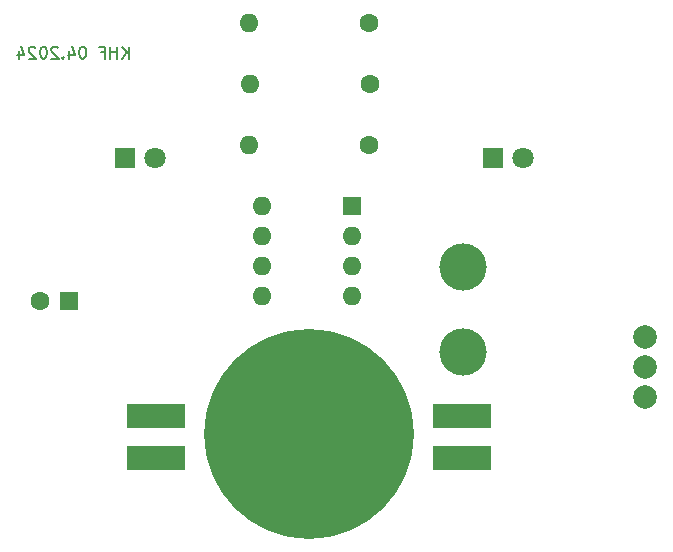
<source format=gbr>
%TF.GenerationSoftware,KiCad,Pcbnew,7.0.8*%
%TF.CreationDate,2024-05-08T14:15:31+02:00*%
%TF.ProjectId,PaperBot,50617065-7242-46f7-942e-6b696361645f,rev?*%
%TF.SameCoordinates,Original*%
%TF.FileFunction,Soldermask,Bot*%
%TF.FilePolarity,Negative*%
%FSLAX46Y46*%
G04 Gerber Fmt 4.6, Leading zero omitted, Abs format (unit mm)*
G04 Created by KiCad (PCBNEW 7.0.8) date 2024-05-08 14:15:31*
%MOMM*%
%LPD*%
G01*
G04 APERTURE LIST*
%ADD10C,0.150000*%
%ADD11R,1.800000X1.800000*%
%ADD12C,1.800000*%
%ADD13C,4.000000*%
%ADD14R,1.600000X1.600000*%
%ADD15C,1.600000*%
%ADD16O,1.600000X1.600000*%
%ADD17C,2.000000*%
%ADD18R,5.000000X2.000000*%
%ADD19C,17.780000*%
G04 APERTURE END LIST*
D10*
X112023220Y-51419819D02*
X112023220Y-50419819D01*
X111451792Y-51419819D02*
X111880363Y-50848390D01*
X111451792Y-50419819D02*
X112023220Y-50991247D01*
X111023220Y-51419819D02*
X111023220Y-50419819D01*
X111023220Y-50896009D02*
X110451792Y-50896009D01*
X110451792Y-51419819D02*
X110451792Y-50419819D01*
X109642268Y-50896009D02*
X109975601Y-50896009D01*
X109975601Y-51419819D02*
X109975601Y-50419819D01*
X109975601Y-50419819D02*
X109499411Y-50419819D01*
X108166077Y-50419819D02*
X108070839Y-50419819D01*
X108070839Y-50419819D02*
X107975601Y-50467438D01*
X107975601Y-50467438D02*
X107927982Y-50515057D01*
X107927982Y-50515057D02*
X107880363Y-50610295D01*
X107880363Y-50610295D02*
X107832744Y-50800771D01*
X107832744Y-50800771D02*
X107832744Y-51038866D01*
X107832744Y-51038866D02*
X107880363Y-51229342D01*
X107880363Y-51229342D02*
X107927982Y-51324580D01*
X107927982Y-51324580D02*
X107975601Y-51372200D01*
X107975601Y-51372200D02*
X108070839Y-51419819D01*
X108070839Y-51419819D02*
X108166077Y-51419819D01*
X108166077Y-51419819D02*
X108261315Y-51372200D01*
X108261315Y-51372200D02*
X108308934Y-51324580D01*
X108308934Y-51324580D02*
X108356553Y-51229342D01*
X108356553Y-51229342D02*
X108404172Y-51038866D01*
X108404172Y-51038866D02*
X108404172Y-50800771D01*
X108404172Y-50800771D02*
X108356553Y-50610295D01*
X108356553Y-50610295D02*
X108308934Y-50515057D01*
X108308934Y-50515057D02*
X108261315Y-50467438D01*
X108261315Y-50467438D02*
X108166077Y-50419819D01*
X106975601Y-50753152D02*
X106975601Y-51419819D01*
X107213696Y-50372200D02*
X107451791Y-51086485D01*
X107451791Y-51086485D02*
X106832744Y-51086485D01*
X106451791Y-51324580D02*
X106404172Y-51372200D01*
X106404172Y-51372200D02*
X106451791Y-51419819D01*
X106451791Y-51419819D02*
X106499410Y-51372200D01*
X106499410Y-51372200D02*
X106451791Y-51324580D01*
X106451791Y-51324580D02*
X106451791Y-51419819D01*
X106023220Y-50515057D02*
X105975601Y-50467438D01*
X105975601Y-50467438D02*
X105880363Y-50419819D01*
X105880363Y-50419819D02*
X105642268Y-50419819D01*
X105642268Y-50419819D02*
X105547030Y-50467438D01*
X105547030Y-50467438D02*
X105499411Y-50515057D01*
X105499411Y-50515057D02*
X105451792Y-50610295D01*
X105451792Y-50610295D02*
X105451792Y-50705533D01*
X105451792Y-50705533D02*
X105499411Y-50848390D01*
X105499411Y-50848390D02*
X106070839Y-51419819D01*
X106070839Y-51419819D02*
X105451792Y-51419819D01*
X104832744Y-50419819D02*
X104737506Y-50419819D01*
X104737506Y-50419819D02*
X104642268Y-50467438D01*
X104642268Y-50467438D02*
X104594649Y-50515057D01*
X104594649Y-50515057D02*
X104547030Y-50610295D01*
X104547030Y-50610295D02*
X104499411Y-50800771D01*
X104499411Y-50800771D02*
X104499411Y-51038866D01*
X104499411Y-51038866D02*
X104547030Y-51229342D01*
X104547030Y-51229342D02*
X104594649Y-51324580D01*
X104594649Y-51324580D02*
X104642268Y-51372200D01*
X104642268Y-51372200D02*
X104737506Y-51419819D01*
X104737506Y-51419819D02*
X104832744Y-51419819D01*
X104832744Y-51419819D02*
X104927982Y-51372200D01*
X104927982Y-51372200D02*
X104975601Y-51324580D01*
X104975601Y-51324580D02*
X105023220Y-51229342D01*
X105023220Y-51229342D02*
X105070839Y-51038866D01*
X105070839Y-51038866D02*
X105070839Y-50800771D01*
X105070839Y-50800771D02*
X105023220Y-50610295D01*
X105023220Y-50610295D02*
X104975601Y-50515057D01*
X104975601Y-50515057D02*
X104927982Y-50467438D01*
X104927982Y-50467438D02*
X104832744Y-50419819D01*
X104118458Y-50515057D02*
X104070839Y-50467438D01*
X104070839Y-50467438D02*
X103975601Y-50419819D01*
X103975601Y-50419819D02*
X103737506Y-50419819D01*
X103737506Y-50419819D02*
X103642268Y-50467438D01*
X103642268Y-50467438D02*
X103594649Y-50515057D01*
X103594649Y-50515057D02*
X103547030Y-50610295D01*
X103547030Y-50610295D02*
X103547030Y-50705533D01*
X103547030Y-50705533D02*
X103594649Y-50848390D01*
X103594649Y-50848390D02*
X104166077Y-51419819D01*
X104166077Y-51419819D02*
X103547030Y-51419819D01*
X102689887Y-50753152D02*
X102689887Y-51419819D01*
X102927982Y-50372200D02*
X103166077Y-51086485D01*
X103166077Y-51086485D02*
X102547030Y-51086485D01*
D11*
%TO.C,D2*%
X142880000Y-59870000D03*
D12*
X145420000Y-59870000D03*
%TD*%
D11*
%TO.C,D1*%
X111680000Y-59830000D03*
D12*
X114220000Y-59830000D03*
%TD*%
D13*
%TO.C,*%
X140310000Y-69050000D03*
%TD*%
D14*
%TO.C,C1*%
X106990000Y-71920000D03*
D15*
X104490000Y-71920000D03*
%TD*%
D13*
%TO.C,GND*%
X140300000Y-76230000D03*
%TD*%
D14*
%TO.C,NE555*%
X130940000Y-63940000D03*
D16*
X130940000Y-66480000D03*
X130940000Y-69020000D03*
X130940000Y-71560000D03*
X123320000Y-71560000D03*
X123320000Y-69020000D03*
X123320000Y-66480000D03*
X123320000Y-63940000D03*
%TD*%
D17*
%TO.C,S1*%
X155740000Y-80060000D03*
X155740000Y-77520000D03*
X155740000Y-74980000D03*
%TD*%
D15*
%TO.C,R1*%
X132320000Y-48380000D03*
D16*
X122160000Y-48380000D03*
%TD*%
D18*
%TO.C,U2*%
X140214000Y-85222000D03*
X140214000Y-81666000D03*
X114320000Y-85222000D03*
X114320000Y-81666000D03*
D19*
X127260000Y-83190000D03*
%TD*%
D15*
%TO.C,R2*%
X132430000Y-53550000D03*
D16*
X122270000Y-53550000D03*
%TD*%
D15*
%TO.C,R3*%
X132380000Y-58720000D03*
D16*
X122220000Y-58720000D03*
%TD*%
M02*

</source>
